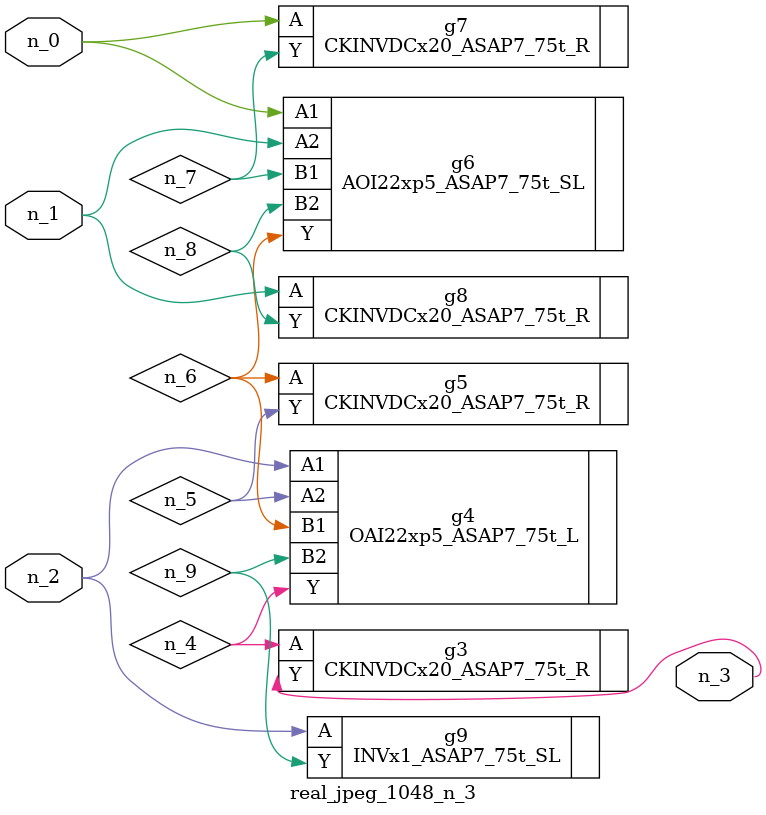
<source format=v>
module real_jpeg_1048_n_3 (n_1, n_0, n_2, n_3);

input n_1;
input n_0;
input n_2;

output n_3;

wire n_5;
wire n_8;
wire n_4;
wire n_6;
wire n_7;
wire n_9;

AOI22xp5_ASAP7_75t_SL g6 ( 
.A1(n_0),
.A2(n_1),
.B1(n_7),
.B2(n_8),
.Y(n_6)
);

CKINVDCx20_ASAP7_75t_R g7 ( 
.A(n_0),
.Y(n_7)
);

CKINVDCx20_ASAP7_75t_R g8 ( 
.A(n_1),
.Y(n_8)
);

OAI22xp5_ASAP7_75t_L g4 ( 
.A1(n_2),
.A2(n_5),
.B1(n_6),
.B2(n_9),
.Y(n_4)
);

INVx1_ASAP7_75t_SL g9 ( 
.A(n_2),
.Y(n_9)
);

CKINVDCx20_ASAP7_75t_R g3 ( 
.A(n_4),
.Y(n_3)
);

CKINVDCx20_ASAP7_75t_R g5 ( 
.A(n_6),
.Y(n_5)
);


endmodule
</source>
